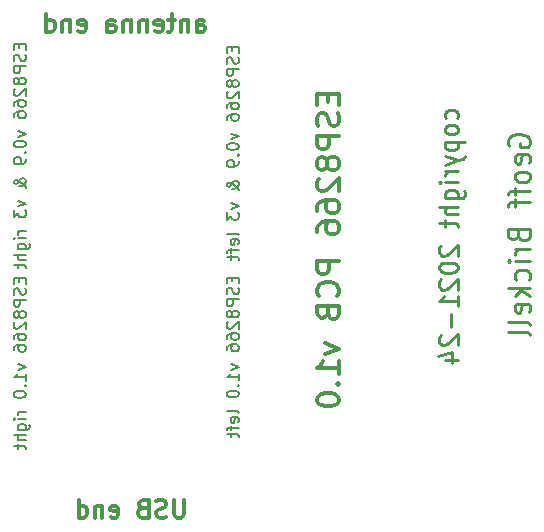
<source format=gbo>
G04 #@! TF.GenerationSoftware,KiCad,Pcbnew,(5.1.2)-1*
G04 #@! TF.CreationDate,2024-09-29T13:42:58+01:00*
G04 #@! TF.ProjectId,ESP8266_PCB01,45535038-3236-4365-9f50-434230312e6b,rev?*
G04 #@! TF.SameCoordinates,Original*
G04 #@! TF.FileFunction,Legend,Bot*
G04 #@! TF.FilePolarity,Positive*
%FSLAX46Y46*%
G04 Gerber Fmt 4.6, Leading zero omitted, Abs format (unit mm)*
G04 Created by KiCad (PCBNEW (5.1.2)-1) date 2024-09-29 13:42:58*
%MOMM*%
%LPD*%
G04 APERTURE LIST*
%ADD10C,0.300000*%
%ADD11C,0.250000*%
%ADD12C,0.150000*%
%ADD13R,1.802000X1.802000*%
%ADD14O,1.802000X1.802000*%
%ADD15C,1.502000*%
%ADD16O,1.502000X1.502000*%
%ADD17R,1.702000X1.702000*%
%ADD18C,1.702000*%
%ADD19O,1.802000X2.102000*%
%ADD20C,1.802000*%
%ADD21O,1.702000X1.702000*%
%ADD22R,1.902000X1.902000*%
%ADD23C,1.902000*%
%ADD24O,3.150000X1.829200*%
%ADD25R,0.942000X0.942000*%
%ADD26C,0.942000*%
%ADD27O,0.952000X1.952000*%
%ADD28C,2.602000*%
G04 APERTURE END LIST*
D10*
X119319714Y-62146571D02*
X119319714Y-61360857D01*
X119391142Y-61218000D01*
X119534000Y-61146571D01*
X119819714Y-61146571D01*
X119962571Y-61218000D01*
X119319714Y-62075142D02*
X119462571Y-62146571D01*
X119819714Y-62146571D01*
X119962571Y-62075142D01*
X120034000Y-61932285D01*
X120034000Y-61789428D01*
X119962571Y-61646571D01*
X119819714Y-61575142D01*
X119462571Y-61575142D01*
X119319714Y-61503714D01*
X118605428Y-61146571D02*
X118605428Y-62146571D01*
X118605428Y-61289428D02*
X118534000Y-61218000D01*
X118391142Y-61146571D01*
X118176857Y-61146571D01*
X118034000Y-61218000D01*
X117962571Y-61360857D01*
X117962571Y-62146571D01*
X117462571Y-61146571D02*
X116891142Y-61146571D01*
X117248285Y-60646571D02*
X117248285Y-61932285D01*
X117176857Y-62075142D01*
X117034000Y-62146571D01*
X116891142Y-62146571D01*
X115819714Y-62075142D02*
X115962571Y-62146571D01*
X116248285Y-62146571D01*
X116391142Y-62075142D01*
X116462571Y-61932285D01*
X116462571Y-61360857D01*
X116391142Y-61218000D01*
X116248285Y-61146571D01*
X115962571Y-61146571D01*
X115819714Y-61218000D01*
X115748285Y-61360857D01*
X115748285Y-61503714D01*
X116462571Y-61646571D01*
X115105428Y-61146571D02*
X115105428Y-62146571D01*
X115105428Y-61289428D02*
X115034000Y-61218000D01*
X114891142Y-61146571D01*
X114676857Y-61146571D01*
X114534000Y-61218000D01*
X114462571Y-61360857D01*
X114462571Y-62146571D01*
X113748285Y-61146571D02*
X113748285Y-62146571D01*
X113748285Y-61289428D02*
X113676857Y-61218000D01*
X113534000Y-61146571D01*
X113319714Y-61146571D01*
X113176857Y-61218000D01*
X113105428Y-61360857D01*
X113105428Y-62146571D01*
X111748285Y-62146571D02*
X111748285Y-61360857D01*
X111819714Y-61218000D01*
X111962571Y-61146571D01*
X112248285Y-61146571D01*
X112391142Y-61218000D01*
X111748285Y-62075142D02*
X111891142Y-62146571D01*
X112248285Y-62146571D01*
X112391142Y-62075142D01*
X112462571Y-61932285D01*
X112462571Y-61789428D01*
X112391142Y-61646571D01*
X112248285Y-61575142D01*
X111891142Y-61575142D01*
X111748285Y-61503714D01*
X109319714Y-62075142D02*
X109462571Y-62146571D01*
X109748285Y-62146571D01*
X109891142Y-62075142D01*
X109962571Y-61932285D01*
X109962571Y-61360857D01*
X109891142Y-61218000D01*
X109748285Y-61146571D01*
X109462571Y-61146571D01*
X109319714Y-61218000D01*
X109248285Y-61360857D01*
X109248285Y-61503714D01*
X109962571Y-61646571D01*
X108605428Y-61146571D02*
X108605428Y-62146571D01*
X108605428Y-61289428D02*
X108534000Y-61218000D01*
X108391142Y-61146571D01*
X108176857Y-61146571D01*
X108034000Y-61218000D01*
X107962571Y-61360857D01*
X107962571Y-62146571D01*
X106605428Y-62146571D02*
X106605428Y-60646571D01*
X106605428Y-62075142D02*
X106748285Y-62146571D01*
X107034000Y-62146571D01*
X107176857Y-62075142D01*
X107248285Y-62003714D01*
X107319714Y-61860857D01*
X107319714Y-61432285D01*
X107248285Y-61289428D01*
X107176857Y-61218000D01*
X107034000Y-61146571D01*
X106748285Y-61146571D01*
X106605428Y-61218000D01*
X118256285Y-101794571D02*
X118256285Y-103008857D01*
X118184857Y-103151714D01*
X118113428Y-103223142D01*
X117970571Y-103294571D01*
X117684857Y-103294571D01*
X117542000Y-103223142D01*
X117470571Y-103151714D01*
X117399142Y-103008857D01*
X117399142Y-101794571D01*
X116756285Y-103223142D02*
X116542000Y-103294571D01*
X116184857Y-103294571D01*
X116042000Y-103223142D01*
X115970571Y-103151714D01*
X115899142Y-103008857D01*
X115899142Y-102866000D01*
X115970571Y-102723142D01*
X116042000Y-102651714D01*
X116184857Y-102580285D01*
X116470571Y-102508857D01*
X116613428Y-102437428D01*
X116684857Y-102366000D01*
X116756285Y-102223142D01*
X116756285Y-102080285D01*
X116684857Y-101937428D01*
X116613428Y-101866000D01*
X116470571Y-101794571D01*
X116113428Y-101794571D01*
X115899142Y-101866000D01*
X114756285Y-102508857D02*
X114542000Y-102580285D01*
X114470571Y-102651714D01*
X114399142Y-102794571D01*
X114399142Y-103008857D01*
X114470571Y-103151714D01*
X114542000Y-103223142D01*
X114684857Y-103294571D01*
X115256285Y-103294571D01*
X115256285Y-101794571D01*
X114756285Y-101794571D01*
X114613428Y-101866000D01*
X114542000Y-101937428D01*
X114470571Y-102080285D01*
X114470571Y-102223142D01*
X114542000Y-102366000D01*
X114613428Y-102437428D01*
X114756285Y-102508857D01*
X115256285Y-102508857D01*
X112042000Y-103223142D02*
X112184857Y-103294571D01*
X112470571Y-103294571D01*
X112613428Y-103223142D01*
X112684857Y-103080285D01*
X112684857Y-102508857D01*
X112613428Y-102366000D01*
X112470571Y-102294571D01*
X112184857Y-102294571D01*
X112042000Y-102366000D01*
X111970571Y-102508857D01*
X111970571Y-102651714D01*
X112684857Y-102794571D01*
X111327714Y-102294571D02*
X111327714Y-103294571D01*
X111327714Y-102437428D02*
X111256285Y-102366000D01*
X111113428Y-102294571D01*
X110899142Y-102294571D01*
X110756285Y-102366000D01*
X110684857Y-102508857D01*
X110684857Y-103294571D01*
X109327714Y-103294571D02*
X109327714Y-101794571D01*
X109327714Y-103223142D02*
X109470571Y-103294571D01*
X109756285Y-103294571D01*
X109899142Y-103223142D01*
X109970571Y-103151714D01*
X110042000Y-103008857D01*
X110042000Y-102580285D01*
X109970571Y-102437428D01*
X109899142Y-102366000D01*
X109756285Y-102294571D01*
X109470571Y-102294571D01*
X109327714Y-102366000D01*
X130420285Y-67449380D02*
X130420285Y-68082714D01*
X131415523Y-68354142D02*
X131415523Y-67449380D01*
X129515523Y-67449380D01*
X129515523Y-68354142D01*
X131325047Y-69077952D02*
X131415523Y-69349380D01*
X131415523Y-69801761D01*
X131325047Y-69982714D01*
X131234571Y-70073190D01*
X131053619Y-70163666D01*
X130872666Y-70163666D01*
X130691714Y-70073190D01*
X130601238Y-69982714D01*
X130510761Y-69801761D01*
X130420285Y-69439857D01*
X130329809Y-69258904D01*
X130239333Y-69168428D01*
X130058380Y-69077952D01*
X129877428Y-69077952D01*
X129696476Y-69168428D01*
X129606000Y-69258904D01*
X129515523Y-69439857D01*
X129515523Y-69892238D01*
X129606000Y-70163666D01*
X131415523Y-70977952D02*
X129515523Y-70977952D01*
X129515523Y-71701761D01*
X129606000Y-71882714D01*
X129696476Y-71973190D01*
X129877428Y-72063666D01*
X130148857Y-72063666D01*
X130329809Y-71973190D01*
X130420285Y-71882714D01*
X130510761Y-71701761D01*
X130510761Y-70977952D01*
X130329809Y-73149380D02*
X130239333Y-72968428D01*
X130148857Y-72877952D01*
X129967904Y-72787476D01*
X129877428Y-72787476D01*
X129696476Y-72877952D01*
X129606000Y-72968428D01*
X129515523Y-73149380D01*
X129515523Y-73511285D01*
X129606000Y-73692238D01*
X129696476Y-73782714D01*
X129877428Y-73873190D01*
X129967904Y-73873190D01*
X130148857Y-73782714D01*
X130239333Y-73692238D01*
X130329809Y-73511285D01*
X130329809Y-73149380D01*
X130420285Y-72968428D01*
X130510761Y-72877952D01*
X130691714Y-72787476D01*
X131053619Y-72787476D01*
X131234571Y-72877952D01*
X131325047Y-72968428D01*
X131415523Y-73149380D01*
X131415523Y-73511285D01*
X131325047Y-73692238D01*
X131234571Y-73782714D01*
X131053619Y-73873190D01*
X130691714Y-73873190D01*
X130510761Y-73782714D01*
X130420285Y-73692238D01*
X130329809Y-73511285D01*
X129696476Y-74597000D02*
X129606000Y-74687476D01*
X129515523Y-74868428D01*
X129515523Y-75320809D01*
X129606000Y-75501761D01*
X129696476Y-75592238D01*
X129877428Y-75682714D01*
X130058380Y-75682714D01*
X130329809Y-75592238D01*
X131415523Y-74506523D01*
X131415523Y-75682714D01*
X129515523Y-77311285D02*
X129515523Y-76949380D01*
X129606000Y-76768428D01*
X129696476Y-76677952D01*
X129967904Y-76497000D01*
X130329809Y-76406523D01*
X131053619Y-76406523D01*
X131234571Y-76497000D01*
X131325047Y-76587476D01*
X131415523Y-76768428D01*
X131415523Y-77130333D01*
X131325047Y-77311285D01*
X131234571Y-77401761D01*
X131053619Y-77492238D01*
X130601238Y-77492238D01*
X130420285Y-77401761D01*
X130329809Y-77311285D01*
X130239333Y-77130333D01*
X130239333Y-76768428D01*
X130329809Y-76587476D01*
X130420285Y-76497000D01*
X130601238Y-76406523D01*
X129515523Y-79120809D02*
X129515523Y-78758904D01*
X129606000Y-78577952D01*
X129696476Y-78487476D01*
X129967904Y-78306523D01*
X130329809Y-78216047D01*
X131053619Y-78216047D01*
X131234571Y-78306523D01*
X131325047Y-78397000D01*
X131415523Y-78577952D01*
X131415523Y-78939857D01*
X131325047Y-79120809D01*
X131234571Y-79211285D01*
X131053619Y-79301761D01*
X130601238Y-79301761D01*
X130420285Y-79211285D01*
X130329809Y-79120809D01*
X130239333Y-78939857D01*
X130239333Y-78577952D01*
X130329809Y-78397000D01*
X130420285Y-78306523D01*
X130601238Y-78216047D01*
X131415523Y-81563666D02*
X129515523Y-81563666D01*
X129515523Y-82287476D01*
X129606000Y-82468428D01*
X129696476Y-82558904D01*
X129877428Y-82649380D01*
X130148857Y-82649380D01*
X130329809Y-82558904D01*
X130420285Y-82468428D01*
X130510761Y-82287476D01*
X130510761Y-81563666D01*
X131234571Y-84549380D02*
X131325047Y-84458904D01*
X131415523Y-84187476D01*
X131415523Y-84006523D01*
X131325047Y-83735095D01*
X131144095Y-83554142D01*
X130963142Y-83463666D01*
X130601238Y-83373190D01*
X130329809Y-83373190D01*
X129967904Y-83463666D01*
X129786952Y-83554142D01*
X129606000Y-83735095D01*
X129515523Y-84006523D01*
X129515523Y-84187476D01*
X129606000Y-84458904D01*
X129696476Y-84549380D01*
X130420285Y-85997000D02*
X130510761Y-86268428D01*
X130601238Y-86358904D01*
X130782190Y-86449380D01*
X131053619Y-86449380D01*
X131234571Y-86358904D01*
X131325047Y-86268428D01*
X131415523Y-86087476D01*
X131415523Y-85363666D01*
X129515523Y-85363666D01*
X129515523Y-85997000D01*
X129606000Y-86177952D01*
X129696476Y-86268428D01*
X129877428Y-86358904D01*
X130058380Y-86358904D01*
X130239333Y-86268428D01*
X130329809Y-86177952D01*
X130420285Y-85997000D01*
X130420285Y-85363666D01*
X130148857Y-88530333D02*
X131415523Y-88982714D01*
X130148857Y-89435095D01*
X131415523Y-91154142D02*
X131415523Y-90068428D01*
X131415523Y-90611285D02*
X129515523Y-90611285D01*
X129786952Y-90430333D01*
X129967904Y-90249380D01*
X130058380Y-90068428D01*
X131234571Y-91968428D02*
X131325047Y-92058904D01*
X131415523Y-91968428D01*
X131325047Y-91877952D01*
X131234571Y-91968428D01*
X131415523Y-91968428D01*
X129515523Y-93235095D02*
X129515523Y-93416047D01*
X129606000Y-93597000D01*
X129696476Y-93687476D01*
X129877428Y-93777952D01*
X130239333Y-93868428D01*
X130691714Y-93868428D01*
X131053619Y-93777952D01*
X131234571Y-93687476D01*
X131325047Y-93597000D01*
X131415523Y-93416047D01*
X131415523Y-93235095D01*
X131325047Y-93054142D01*
X131234571Y-92963666D01*
X131053619Y-92873190D01*
X130691714Y-92782714D01*
X130239333Y-92782714D01*
X129877428Y-92873190D01*
X129696476Y-92963666D01*
X129606000Y-93054142D01*
X129515523Y-93235095D01*
D11*
X141383857Y-69488500D02*
X141462428Y-69345642D01*
X141462428Y-69059928D01*
X141383857Y-68917071D01*
X141305285Y-68845642D01*
X141148142Y-68774214D01*
X140676714Y-68774214D01*
X140519571Y-68845642D01*
X140441000Y-68917071D01*
X140362428Y-69059928D01*
X140362428Y-69345642D01*
X140441000Y-69488500D01*
X141462428Y-70345642D02*
X141383857Y-70202785D01*
X141305285Y-70131357D01*
X141148142Y-70059928D01*
X140676714Y-70059928D01*
X140519571Y-70131357D01*
X140441000Y-70202785D01*
X140362428Y-70345642D01*
X140362428Y-70559928D01*
X140441000Y-70702785D01*
X140519571Y-70774214D01*
X140676714Y-70845642D01*
X141148142Y-70845642D01*
X141305285Y-70774214D01*
X141383857Y-70702785D01*
X141462428Y-70559928D01*
X141462428Y-70345642D01*
X140362428Y-71488500D02*
X142012428Y-71488500D01*
X140441000Y-71488500D02*
X140362428Y-71631357D01*
X140362428Y-71917071D01*
X140441000Y-72059928D01*
X140519571Y-72131357D01*
X140676714Y-72202785D01*
X141148142Y-72202785D01*
X141305285Y-72131357D01*
X141383857Y-72059928D01*
X141462428Y-71917071D01*
X141462428Y-71631357D01*
X141383857Y-71488500D01*
X140362428Y-72702785D02*
X141462428Y-73059928D01*
X140362428Y-73417071D02*
X141462428Y-73059928D01*
X141855285Y-72917071D01*
X141933857Y-72845642D01*
X142012428Y-72702785D01*
X141462428Y-73988500D02*
X140362428Y-73988500D01*
X140676714Y-73988500D02*
X140519571Y-74059928D01*
X140441000Y-74131357D01*
X140362428Y-74274214D01*
X140362428Y-74417071D01*
X141462428Y-74917071D02*
X140362428Y-74917071D01*
X139812428Y-74917071D02*
X139891000Y-74845642D01*
X139969571Y-74917071D01*
X139891000Y-74988500D01*
X139812428Y-74917071D01*
X139969571Y-74917071D01*
X140362428Y-76274214D02*
X141698142Y-76274214D01*
X141855285Y-76202785D01*
X141933857Y-76131357D01*
X142012428Y-75988500D01*
X142012428Y-75774214D01*
X141933857Y-75631357D01*
X141383857Y-76274214D02*
X141462428Y-76131357D01*
X141462428Y-75845642D01*
X141383857Y-75702785D01*
X141305285Y-75631357D01*
X141148142Y-75559928D01*
X140676714Y-75559928D01*
X140519571Y-75631357D01*
X140441000Y-75702785D01*
X140362428Y-75845642D01*
X140362428Y-76131357D01*
X140441000Y-76274214D01*
X141462428Y-76988500D02*
X139812428Y-76988500D01*
X141462428Y-77631357D02*
X140598142Y-77631357D01*
X140441000Y-77559928D01*
X140362428Y-77417071D01*
X140362428Y-77202785D01*
X140441000Y-77059928D01*
X140519571Y-76988500D01*
X140362428Y-78131357D02*
X140362428Y-78702785D01*
X139812428Y-78345642D02*
X141226714Y-78345642D01*
X141383857Y-78417071D01*
X141462428Y-78559928D01*
X141462428Y-78702785D01*
X139969571Y-80274214D02*
X139891000Y-80345642D01*
X139812428Y-80488500D01*
X139812428Y-80845642D01*
X139891000Y-80988500D01*
X139969571Y-81059928D01*
X140126714Y-81131357D01*
X140283857Y-81131357D01*
X140519571Y-81059928D01*
X141462428Y-80202785D01*
X141462428Y-81131357D01*
X139812428Y-82059928D02*
X139812428Y-82202785D01*
X139891000Y-82345642D01*
X139969571Y-82417071D01*
X140126714Y-82488500D01*
X140441000Y-82559928D01*
X140833857Y-82559928D01*
X141148142Y-82488500D01*
X141305285Y-82417071D01*
X141383857Y-82345642D01*
X141462428Y-82202785D01*
X141462428Y-82059928D01*
X141383857Y-81917071D01*
X141305285Y-81845642D01*
X141148142Y-81774214D01*
X140833857Y-81702785D01*
X140441000Y-81702785D01*
X140126714Y-81774214D01*
X139969571Y-81845642D01*
X139891000Y-81917071D01*
X139812428Y-82059928D01*
X139969571Y-83131357D02*
X139891000Y-83202785D01*
X139812428Y-83345642D01*
X139812428Y-83702785D01*
X139891000Y-83845642D01*
X139969571Y-83917071D01*
X140126714Y-83988500D01*
X140283857Y-83988500D01*
X140519571Y-83917071D01*
X141462428Y-83059928D01*
X141462428Y-83988500D01*
X141462428Y-85417071D02*
X141462428Y-84559928D01*
X141462428Y-84988500D02*
X139812428Y-84988500D01*
X140048142Y-84845642D01*
X140205285Y-84702785D01*
X140283857Y-84559928D01*
X140833857Y-86059928D02*
X140833857Y-87202785D01*
X139969571Y-87845642D02*
X139891000Y-87917071D01*
X139812428Y-88059928D01*
X139812428Y-88417071D01*
X139891000Y-88559928D01*
X139969571Y-88631357D01*
X140126714Y-88702785D01*
X140283857Y-88702785D01*
X140519571Y-88631357D01*
X141462428Y-87774214D01*
X141462428Y-88702785D01*
X140362428Y-89988500D02*
X141462428Y-89988500D01*
X139733857Y-89631357D02*
X140912428Y-89274214D01*
X140912428Y-90202785D01*
X145760000Y-71815738D02*
X145671904Y-71653833D01*
X145671904Y-71410976D01*
X145760000Y-71168119D01*
X145936190Y-71006214D01*
X146112380Y-70925261D01*
X146464761Y-70844309D01*
X146729047Y-70844309D01*
X147081428Y-70925261D01*
X147257619Y-71006214D01*
X147433809Y-71168119D01*
X147521904Y-71410976D01*
X147521904Y-71572880D01*
X147433809Y-71815738D01*
X147345714Y-71896690D01*
X146729047Y-71896690D01*
X146729047Y-71572880D01*
X147433809Y-73272880D02*
X147521904Y-73110976D01*
X147521904Y-72787166D01*
X147433809Y-72625261D01*
X147257619Y-72544309D01*
X146552857Y-72544309D01*
X146376666Y-72625261D01*
X146288571Y-72787166D01*
X146288571Y-73110976D01*
X146376666Y-73272880D01*
X146552857Y-73353833D01*
X146729047Y-73353833D01*
X146905238Y-72544309D01*
X147521904Y-74325261D02*
X147433809Y-74163357D01*
X147345714Y-74082404D01*
X147169523Y-74001452D01*
X146640952Y-74001452D01*
X146464761Y-74082404D01*
X146376666Y-74163357D01*
X146288571Y-74325261D01*
X146288571Y-74568119D01*
X146376666Y-74730023D01*
X146464761Y-74810976D01*
X146640952Y-74891928D01*
X147169523Y-74891928D01*
X147345714Y-74810976D01*
X147433809Y-74730023D01*
X147521904Y-74568119D01*
X147521904Y-74325261D01*
X146288571Y-75377642D02*
X146288571Y-76025261D01*
X147521904Y-75620500D02*
X145936190Y-75620500D01*
X145760000Y-75701452D01*
X145671904Y-75863357D01*
X145671904Y-76025261D01*
X146288571Y-76349071D02*
X146288571Y-76996690D01*
X147521904Y-76591928D02*
X145936190Y-76591928D01*
X145760000Y-76672880D01*
X145671904Y-76834785D01*
X145671904Y-76996690D01*
X146552857Y-79425261D02*
X146640952Y-79668119D01*
X146729047Y-79749071D01*
X146905238Y-79830023D01*
X147169523Y-79830023D01*
X147345714Y-79749071D01*
X147433809Y-79668119D01*
X147521904Y-79506214D01*
X147521904Y-78858595D01*
X145671904Y-78858595D01*
X145671904Y-79425261D01*
X145760000Y-79587166D01*
X145848095Y-79668119D01*
X146024285Y-79749071D01*
X146200476Y-79749071D01*
X146376666Y-79668119D01*
X146464761Y-79587166D01*
X146552857Y-79425261D01*
X146552857Y-78858595D01*
X147521904Y-80558595D02*
X146288571Y-80558595D01*
X146640952Y-80558595D02*
X146464761Y-80639547D01*
X146376666Y-80720500D01*
X146288571Y-80882404D01*
X146288571Y-81044309D01*
X147521904Y-81610976D02*
X146288571Y-81610976D01*
X145671904Y-81610976D02*
X145760000Y-81530023D01*
X145848095Y-81610976D01*
X145760000Y-81691928D01*
X145671904Y-81610976D01*
X145848095Y-81610976D01*
X147433809Y-83149071D02*
X147521904Y-82987166D01*
X147521904Y-82663357D01*
X147433809Y-82501452D01*
X147345714Y-82420500D01*
X147169523Y-82339547D01*
X146640952Y-82339547D01*
X146464761Y-82420500D01*
X146376666Y-82501452D01*
X146288571Y-82663357D01*
X146288571Y-82987166D01*
X146376666Y-83149071D01*
X147521904Y-83877642D02*
X145671904Y-83877642D01*
X146817142Y-84039547D02*
X147521904Y-84525261D01*
X146288571Y-84525261D02*
X146993333Y-83877642D01*
X147433809Y-85901452D02*
X147521904Y-85739547D01*
X147521904Y-85415738D01*
X147433809Y-85253833D01*
X147257619Y-85172880D01*
X146552857Y-85172880D01*
X146376666Y-85253833D01*
X146288571Y-85415738D01*
X146288571Y-85739547D01*
X146376666Y-85901452D01*
X146552857Y-85982404D01*
X146729047Y-85982404D01*
X146905238Y-85172880D01*
X147521904Y-86953833D02*
X147433809Y-86791928D01*
X147257619Y-86710976D01*
X145671904Y-86710976D01*
X147521904Y-87844309D02*
X147433809Y-87682404D01*
X147257619Y-87601452D01*
X145671904Y-87601452D01*
D12*
X104322571Y-83003333D02*
X104322571Y-83336666D01*
X104846380Y-83479523D02*
X104846380Y-83003333D01*
X103846380Y-83003333D01*
X103846380Y-83479523D01*
X104798761Y-83860476D02*
X104846380Y-84003333D01*
X104846380Y-84241428D01*
X104798761Y-84336666D01*
X104751142Y-84384285D01*
X104655904Y-84431904D01*
X104560666Y-84431904D01*
X104465428Y-84384285D01*
X104417809Y-84336666D01*
X104370190Y-84241428D01*
X104322571Y-84050952D01*
X104274952Y-83955714D01*
X104227333Y-83908095D01*
X104132095Y-83860476D01*
X104036857Y-83860476D01*
X103941619Y-83908095D01*
X103894000Y-83955714D01*
X103846380Y-84050952D01*
X103846380Y-84289047D01*
X103894000Y-84431904D01*
X104846380Y-84860476D02*
X103846380Y-84860476D01*
X103846380Y-85241428D01*
X103894000Y-85336666D01*
X103941619Y-85384285D01*
X104036857Y-85431904D01*
X104179714Y-85431904D01*
X104274952Y-85384285D01*
X104322571Y-85336666D01*
X104370190Y-85241428D01*
X104370190Y-84860476D01*
X104274952Y-86003333D02*
X104227333Y-85908095D01*
X104179714Y-85860476D01*
X104084476Y-85812857D01*
X104036857Y-85812857D01*
X103941619Y-85860476D01*
X103894000Y-85908095D01*
X103846380Y-86003333D01*
X103846380Y-86193809D01*
X103894000Y-86289047D01*
X103941619Y-86336666D01*
X104036857Y-86384285D01*
X104084476Y-86384285D01*
X104179714Y-86336666D01*
X104227333Y-86289047D01*
X104274952Y-86193809D01*
X104274952Y-86003333D01*
X104322571Y-85908095D01*
X104370190Y-85860476D01*
X104465428Y-85812857D01*
X104655904Y-85812857D01*
X104751142Y-85860476D01*
X104798761Y-85908095D01*
X104846380Y-86003333D01*
X104846380Y-86193809D01*
X104798761Y-86289047D01*
X104751142Y-86336666D01*
X104655904Y-86384285D01*
X104465428Y-86384285D01*
X104370190Y-86336666D01*
X104322571Y-86289047D01*
X104274952Y-86193809D01*
X103941619Y-86765238D02*
X103894000Y-86812857D01*
X103846380Y-86908095D01*
X103846380Y-87146190D01*
X103894000Y-87241428D01*
X103941619Y-87289047D01*
X104036857Y-87336666D01*
X104132095Y-87336666D01*
X104274952Y-87289047D01*
X104846380Y-86717619D01*
X104846380Y-87336666D01*
X103846380Y-88193809D02*
X103846380Y-88003333D01*
X103894000Y-87908095D01*
X103941619Y-87860476D01*
X104084476Y-87765238D01*
X104274952Y-87717619D01*
X104655904Y-87717619D01*
X104751142Y-87765238D01*
X104798761Y-87812857D01*
X104846380Y-87908095D01*
X104846380Y-88098571D01*
X104798761Y-88193809D01*
X104751142Y-88241428D01*
X104655904Y-88289047D01*
X104417809Y-88289047D01*
X104322571Y-88241428D01*
X104274952Y-88193809D01*
X104227333Y-88098571D01*
X104227333Y-87908095D01*
X104274952Y-87812857D01*
X104322571Y-87765238D01*
X104417809Y-87717619D01*
X103846380Y-89146190D02*
X103846380Y-88955714D01*
X103894000Y-88860476D01*
X103941619Y-88812857D01*
X104084476Y-88717619D01*
X104274952Y-88670000D01*
X104655904Y-88670000D01*
X104751142Y-88717619D01*
X104798761Y-88765238D01*
X104846380Y-88860476D01*
X104846380Y-89050952D01*
X104798761Y-89146190D01*
X104751142Y-89193809D01*
X104655904Y-89241428D01*
X104417809Y-89241428D01*
X104322571Y-89193809D01*
X104274952Y-89146190D01*
X104227333Y-89050952D01*
X104227333Y-88860476D01*
X104274952Y-88765238D01*
X104322571Y-88717619D01*
X104417809Y-88670000D01*
X104179714Y-90336666D02*
X104846380Y-90574761D01*
X104179714Y-90812857D01*
X104846380Y-91717619D02*
X104846380Y-91146190D01*
X104846380Y-91431904D02*
X103846380Y-91431904D01*
X103989238Y-91336666D01*
X104084476Y-91241428D01*
X104132095Y-91146190D01*
X104751142Y-92146190D02*
X104798761Y-92193809D01*
X104846380Y-92146190D01*
X104798761Y-92098571D01*
X104751142Y-92146190D01*
X104846380Y-92146190D01*
X103846380Y-92812857D02*
X103846380Y-92908095D01*
X103894000Y-93003333D01*
X103941619Y-93050952D01*
X104036857Y-93098571D01*
X104227333Y-93146190D01*
X104465428Y-93146190D01*
X104655904Y-93098571D01*
X104751142Y-93050952D01*
X104798761Y-93003333D01*
X104846380Y-92908095D01*
X104846380Y-92812857D01*
X104798761Y-92717619D01*
X104751142Y-92670000D01*
X104655904Y-92622380D01*
X104465428Y-92574761D01*
X104227333Y-92574761D01*
X104036857Y-92622380D01*
X103941619Y-92670000D01*
X103894000Y-92717619D01*
X103846380Y-92812857D01*
X104846380Y-94336666D02*
X104179714Y-94336666D01*
X104370190Y-94336666D02*
X104274952Y-94384285D01*
X104227333Y-94431904D01*
X104179714Y-94527142D01*
X104179714Y-94622380D01*
X104846380Y-94955714D02*
X104179714Y-94955714D01*
X103846380Y-94955714D02*
X103894000Y-94908095D01*
X103941619Y-94955714D01*
X103894000Y-95003333D01*
X103846380Y-94955714D01*
X103941619Y-94955714D01*
X104179714Y-95860476D02*
X104989238Y-95860476D01*
X105084476Y-95812857D01*
X105132095Y-95765238D01*
X105179714Y-95670000D01*
X105179714Y-95527142D01*
X105132095Y-95431904D01*
X104798761Y-95860476D02*
X104846380Y-95765238D01*
X104846380Y-95574761D01*
X104798761Y-95479523D01*
X104751142Y-95431904D01*
X104655904Y-95384285D01*
X104370190Y-95384285D01*
X104274952Y-95431904D01*
X104227333Y-95479523D01*
X104179714Y-95574761D01*
X104179714Y-95765238D01*
X104227333Y-95860476D01*
X104846380Y-96336666D02*
X103846380Y-96336666D01*
X104846380Y-96765238D02*
X104322571Y-96765238D01*
X104227333Y-96717619D01*
X104179714Y-96622380D01*
X104179714Y-96479523D01*
X104227333Y-96384285D01*
X104274952Y-96336666D01*
X104179714Y-97098571D02*
X104179714Y-97479523D01*
X103846380Y-97241428D02*
X104703523Y-97241428D01*
X104798761Y-97289047D01*
X104846380Y-97384285D01*
X104846380Y-97479523D01*
X122356571Y-82971523D02*
X122356571Y-83304857D01*
X122880380Y-83447714D02*
X122880380Y-82971523D01*
X121880380Y-82971523D01*
X121880380Y-83447714D01*
X122832761Y-83828666D02*
X122880380Y-83971523D01*
X122880380Y-84209619D01*
X122832761Y-84304857D01*
X122785142Y-84352476D01*
X122689904Y-84400095D01*
X122594666Y-84400095D01*
X122499428Y-84352476D01*
X122451809Y-84304857D01*
X122404190Y-84209619D01*
X122356571Y-84019142D01*
X122308952Y-83923904D01*
X122261333Y-83876285D01*
X122166095Y-83828666D01*
X122070857Y-83828666D01*
X121975619Y-83876285D01*
X121928000Y-83923904D01*
X121880380Y-84019142D01*
X121880380Y-84257238D01*
X121928000Y-84400095D01*
X122880380Y-84828666D02*
X121880380Y-84828666D01*
X121880380Y-85209619D01*
X121928000Y-85304857D01*
X121975619Y-85352476D01*
X122070857Y-85400095D01*
X122213714Y-85400095D01*
X122308952Y-85352476D01*
X122356571Y-85304857D01*
X122404190Y-85209619D01*
X122404190Y-84828666D01*
X122308952Y-85971523D02*
X122261333Y-85876285D01*
X122213714Y-85828666D01*
X122118476Y-85781047D01*
X122070857Y-85781047D01*
X121975619Y-85828666D01*
X121928000Y-85876285D01*
X121880380Y-85971523D01*
X121880380Y-86162000D01*
X121928000Y-86257238D01*
X121975619Y-86304857D01*
X122070857Y-86352476D01*
X122118476Y-86352476D01*
X122213714Y-86304857D01*
X122261333Y-86257238D01*
X122308952Y-86162000D01*
X122308952Y-85971523D01*
X122356571Y-85876285D01*
X122404190Y-85828666D01*
X122499428Y-85781047D01*
X122689904Y-85781047D01*
X122785142Y-85828666D01*
X122832761Y-85876285D01*
X122880380Y-85971523D01*
X122880380Y-86162000D01*
X122832761Y-86257238D01*
X122785142Y-86304857D01*
X122689904Y-86352476D01*
X122499428Y-86352476D01*
X122404190Y-86304857D01*
X122356571Y-86257238D01*
X122308952Y-86162000D01*
X121975619Y-86733428D02*
X121928000Y-86781047D01*
X121880380Y-86876285D01*
X121880380Y-87114380D01*
X121928000Y-87209619D01*
X121975619Y-87257238D01*
X122070857Y-87304857D01*
X122166095Y-87304857D01*
X122308952Y-87257238D01*
X122880380Y-86685809D01*
X122880380Y-87304857D01*
X121880380Y-88162000D02*
X121880380Y-87971523D01*
X121928000Y-87876285D01*
X121975619Y-87828666D01*
X122118476Y-87733428D01*
X122308952Y-87685809D01*
X122689904Y-87685809D01*
X122785142Y-87733428D01*
X122832761Y-87781047D01*
X122880380Y-87876285D01*
X122880380Y-88066761D01*
X122832761Y-88162000D01*
X122785142Y-88209619D01*
X122689904Y-88257238D01*
X122451809Y-88257238D01*
X122356571Y-88209619D01*
X122308952Y-88162000D01*
X122261333Y-88066761D01*
X122261333Y-87876285D01*
X122308952Y-87781047D01*
X122356571Y-87733428D01*
X122451809Y-87685809D01*
X121880380Y-89114380D02*
X121880380Y-88923904D01*
X121928000Y-88828666D01*
X121975619Y-88781047D01*
X122118476Y-88685809D01*
X122308952Y-88638190D01*
X122689904Y-88638190D01*
X122785142Y-88685809D01*
X122832761Y-88733428D01*
X122880380Y-88828666D01*
X122880380Y-89019142D01*
X122832761Y-89114380D01*
X122785142Y-89162000D01*
X122689904Y-89209619D01*
X122451809Y-89209619D01*
X122356571Y-89162000D01*
X122308952Y-89114380D01*
X122261333Y-89019142D01*
X122261333Y-88828666D01*
X122308952Y-88733428D01*
X122356571Y-88685809D01*
X122451809Y-88638190D01*
X122213714Y-90304857D02*
X122880380Y-90542952D01*
X122213714Y-90781047D01*
X122880380Y-91685809D02*
X122880380Y-91114380D01*
X122880380Y-91400095D02*
X121880380Y-91400095D01*
X122023238Y-91304857D01*
X122118476Y-91209619D01*
X122166095Y-91114380D01*
X122785142Y-92114380D02*
X122832761Y-92162000D01*
X122880380Y-92114380D01*
X122832761Y-92066761D01*
X122785142Y-92114380D01*
X122880380Y-92114380D01*
X121880380Y-92781047D02*
X121880380Y-92876285D01*
X121928000Y-92971523D01*
X121975619Y-93019142D01*
X122070857Y-93066761D01*
X122261333Y-93114380D01*
X122499428Y-93114380D01*
X122689904Y-93066761D01*
X122785142Y-93019142D01*
X122832761Y-92971523D01*
X122880380Y-92876285D01*
X122880380Y-92781047D01*
X122832761Y-92685809D01*
X122785142Y-92638190D01*
X122689904Y-92590571D01*
X122499428Y-92542952D01*
X122261333Y-92542952D01*
X122070857Y-92590571D01*
X121975619Y-92638190D01*
X121928000Y-92685809D01*
X121880380Y-92781047D01*
X122880380Y-94447714D02*
X122832761Y-94352476D01*
X122737523Y-94304857D01*
X121880380Y-94304857D01*
X122832761Y-95209619D02*
X122880380Y-95114380D01*
X122880380Y-94923904D01*
X122832761Y-94828666D01*
X122737523Y-94781047D01*
X122356571Y-94781047D01*
X122261333Y-94828666D01*
X122213714Y-94923904D01*
X122213714Y-95114380D01*
X122261333Y-95209619D01*
X122356571Y-95257238D01*
X122451809Y-95257238D01*
X122547047Y-94781047D01*
X122213714Y-95542952D02*
X122213714Y-95923904D01*
X122880380Y-95685809D02*
X122023238Y-95685809D01*
X121928000Y-95733428D01*
X121880380Y-95828666D01*
X121880380Y-95923904D01*
X122213714Y-96114380D02*
X122213714Y-96495333D01*
X121880380Y-96257238D02*
X122737523Y-96257238D01*
X122832761Y-96304857D01*
X122880380Y-96400095D01*
X122880380Y-96495333D01*
X122356571Y-63461428D02*
X122356571Y-63794761D01*
X122880380Y-63937619D02*
X122880380Y-63461428D01*
X121880380Y-63461428D01*
X121880380Y-63937619D01*
X122832761Y-64318571D02*
X122880380Y-64461428D01*
X122880380Y-64699523D01*
X122832761Y-64794761D01*
X122785142Y-64842380D01*
X122689904Y-64890000D01*
X122594666Y-64890000D01*
X122499428Y-64842380D01*
X122451809Y-64794761D01*
X122404190Y-64699523D01*
X122356571Y-64509047D01*
X122308952Y-64413809D01*
X122261333Y-64366190D01*
X122166095Y-64318571D01*
X122070857Y-64318571D01*
X121975619Y-64366190D01*
X121928000Y-64413809D01*
X121880380Y-64509047D01*
X121880380Y-64747142D01*
X121928000Y-64890000D01*
X122880380Y-65318571D02*
X121880380Y-65318571D01*
X121880380Y-65699523D01*
X121928000Y-65794761D01*
X121975619Y-65842380D01*
X122070857Y-65890000D01*
X122213714Y-65890000D01*
X122308952Y-65842380D01*
X122356571Y-65794761D01*
X122404190Y-65699523D01*
X122404190Y-65318571D01*
X122308952Y-66461428D02*
X122261333Y-66366190D01*
X122213714Y-66318571D01*
X122118476Y-66270952D01*
X122070857Y-66270952D01*
X121975619Y-66318571D01*
X121928000Y-66366190D01*
X121880380Y-66461428D01*
X121880380Y-66651904D01*
X121928000Y-66747142D01*
X121975619Y-66794761D01*
X122070857Y-66842380D01*
X122118476Y-66842380D01*
X122213714Y-66794761D01*
X122261333Y-66747142D01*
X122308952Y-66651904D01*
X122308952Y-66461428D01*
X122356571Y-66366190D01*
X122404190Y-66318571D01*
X122499428Y-66270952D01*
X122689904Y-66270952D01*
X122785142Y-66318571D01*
X122832761Y-66366190D01*
X122880380Y-66461428D01*
X122880380Y-66651904D01*
X122832761Y-66747142D01*
X122785142Y-66794761D01*
X122689904Y-66842380D01*
X122499428Y-66842380D01*
X122404190Y-66794761D01*
X122356571Y-66747142D01*
X122308952Y-66651904D01*
X121975619Y-67223333D02*
X121928000Y-67270952D01*
X121880380Y-67366190D01*
X121880380Y-67604285D01*
X121928000Y-67699523D01*
X121975619Y-67747142D01*
X122070857Y-67794761D01*
X122166095Y-67794761D01*
X122308952Y-67747142D01*
X122880380Y-67175714D01*
X122880380Y-67794761D01*
X121880380Y-68651904D02*
X121880380Y-68461428D01*
X121928000Y-68366190D01*
X121975619Y-68318571D01*
X122118476Y-68223333D01*
X122308952Y-68175714D01*
X122689904Y-68175714D01*
X122785142Y-68223333D01*
X122832761Y-68270952D01*
X122880380Y-68366190D01*
X122880380Y-68556666D01*
X122832761Y-68651904D01*
X122785142Y-68699523D01*
X122689904Y-68747142D01*
X122451809Y-68747142D01*
X122356571Y-68699523D01*
X122308952Y-68651904D01*
X122261333Y-68556666D01*
X122261333Y-68366190D01*
X122308952Y-68270952D01*
X122356571Y-68223333D01*
X122451809Y-68175714D01*
X121880380Y-69604285D02*
X121880380Y-69413809D01*
X121928000Y-69318571D01*
X121975619Y-69270952D01*
X122118476Y-69175714D01*
X122308952Y-69128095D01*
X122689904Y-69128095D01*
X122785142Y-69175714D01*
X122832761Y-69223333D01*
X122880380Y-69318571D01*
X122880380Y-69509047D01*
X122832761Y-69604285D01*
X122785142Y-69651904D01*
X122689904Y-69699523D01*
X122451809Y-69699523D01*
X122356571Y-69651904D01*
X122308952Y-69604285D01*
X122261333Y-69509047D01*
X122261333Y-69318571D01*
X122308952Y-69223333D01*
X122356571Y-69175714D01*
X122451809Y-69128095D01*
X122213714Y-70794761D02*
X122880380Y-71032857D01*
X122213714Y-71270952D01*
X121880380Y-71842380D02*
X121880380Y-71937619D01*
X121928000Y-72032857D01*
X121975619Y-72080476D01*
X122070857Y-72128095D01*
X122261333Y-72175714D01*
X122499428Y-72175714D01*
X122689904Y-72128095D01*
X122785142Y-72080476D01*
X122832761Y-72032857D01*
X122880380Y-71937619D01*
X122880380Y-71842380D01*
X122832761Y-71747142D01*
X122785142Y-71699523D01*
X122689904Y-71651904D01*
X122499428Y-71604285D01*
X122261333Y-71604285D01*
X122070857Y-71651904D01*
X121975619Y-71699523D01*
X121928000Y-71747142D01*
X121880380Y-71842380D01*
X122785142Y-72604285D02*
X122832761Y-72651904D01*
X122880380Y-72604285D01*
X122832761Y-72556666D01*
X122785142Y-72604285D01*
X122880380Y-72604285D01*
X122880380Y-73128095D02*
X122880380Y-73318571D01*
X122832761Y-73413809D01*
X122785142Y-73461428D01*
X122642285Y-73556666D01*
X122451809Y-73604285D01*
X122070857Y-73604285D01*
X121975619Y-73556666D01*
X121928000Y-73509047D01*
X121880380Y-73413809D01*
X121880380Y-73223333D01*
X121928000Y-73128095D01*
X121975619Y-73080476D01*
X122070857Y-73032857D01*
X122308952Y-73032857D01*
X122404190Y-73080476D01*
X122451809Y-73128095D01*
X122499428Y-73223333D01*
X122499428Y-73413809D01*
X122451809Y-73509047D01*
X122404190Y-73556666D01*
X122308952Y-73604285D01*
X122880380Y-75604285D02*
X122880380Y-75556666D01*
X122832761Y-75461428D01*
X122689904Y-75318571D01*
X122404190Y-75080476D01*
X122261333Y-74985238D01*
X122118476Y-74937619D01*
X122023238Y-74937619D01*
X121928000Y-74985238D01*
X121880380Y-75080476D01*
X121880380Y-75128095D01*
X121928000Y-75223333D01*
X122023238Y-75270952D01*
X122070857Y-75270952D01*
X122166095Y-75223333D01*
X122213714Y-75175714D01*
X122404190Y-74889999D01*
X122451809Y-74842380D01*
X122547047Y-74794761D01*
X122689904Y-74794761D01*
X122785142Y-74842380D01*
X122832761Y-74889999D01*
X122880380Y-74985238D01*
X122880380Y-75128095D01*
X122832761Y-75223333D01*
X122785142Y-75270952D01*
X122594666Y-75413809D01*
X122451809Y-75461428D01*
X122356571Y-75461428D01*
X122213714Y-76699523D02*
X122880380Y-76937619D01*
X122213714Y-77175714D01*
X121880380Y-77461428D02*
X121880380Y-78080476D01*
X122261333Y-77747142D01*
X122261333Y-77889999D01*
X122308952Y-77985238D01*
X122356571Y-78032857D01*
X122451809Y-78080476D01*
X122689904Y-78080476D01*
X122785142Y-78032857D01*
X122832761Y-77985238D01*
X122880380Y-77889999D01*
X122880380Y-77604285D01*
X122832761Y-77509047D01*
X122785142Y-77461428D01*
X122880380Y-79413809D02*
X122832761Y-79318571D01*
X122737523Y-79270952D01*
X121880380Y-79270952D01*
X122832761Y-80175714D02*
X122880380Y-80080476D01*
X122880380Y-79889999D01*
X122832761Y-79794761D01*
X122737523Y-79747142D01*
X122356571Y-79747142D01*
X122261333Y-79794761D01*
X122213714Y-79889999D01*
X122213714Y-80080476D01*
X122261333Y-80175714D01*
X122356571Y-80223333D01*
X122451809Y-80223333D01*
X122547047Y-79747142D01*
X122213714Y-80509047D02*
X122213714Y-80889999D01*
X122880380Y-80651904D02*
X122023238Y-80651904D01*
X121928000Y-80699523D01*
X121880380Y-80794761D01*
X121880380Y-80889999D01*
X122213714Y-81080476D02*
X122213714Y-81461428D01*
X121880380Y-81223333D02*
X122737523Y-81223333D01*
X122832761Y-81270952D01*
X122880380Y-81366190D01*
X122880380Y-81461428D01*
X104322571Y-63239238D02*
X104322571Y-63572571D01*
X104846380Y-63715428D02*
X104846380Y-63239238D01*
X103846380Y-63239238D01*
X103846380Y-63715428D01*
X104798761Y-64096380D02*
X104846380Y-64239238D01*
X104846380Y-64477333D01*
X104798761Y-64572571D01*
X104751142Y-64620190D01*
X104655904Y-64667809D01*
X104560666Y-64667809D01*
X104465428Y-64620190D01*
X104417809Y-64572571D01*
X104370190Y-64477333D01*
X104322571Y-64286857D01*
X104274952Y-64191619D01*
X104227333Y-64144000D01*
X104132095Y-64096380D01*
X104036857Y-64096380D01*
X103941619Y-64144000D01*
X103894000Y-64191619D01*
X103846380Y-64286857D01*
X103846380Y-64524952D01*
X103894000Y-64667809D01*
X104846380Y-65096380D02*
X103846380Y-65096380D01*
X103846380Y-65477333D01*
X103894000Y-65572571D01*
X103941619Y-65620190D01*
X104036857Y-65667809D01*
X104179714Y-65667809D01*
X104274952Y-65620190D01*
X104322571Y-65572571D01*
X104370190Y-65477333D01*
X104370190Y-65096380D01*
X104274952Y-66239238D02*
X104227333Y-66144000D01*
X104179714Y-66096380D01*
X104084476Y-66048761D01*
X104036857Y-66048761D01*
X103941619Y-66096380D01*
X103894000Y-66144000D01*
X103846380Y-66239238D01*
X103846380Y-66429714D01*
X103894000Y-66524952D01*
X103941619Y-66572571D01*
X104036857Y-66620190D01*
X104084476Y-66620190D01*
X104179714Y-66572571D01*
X104227333Y-66524952D01*
X104274952Y-66429714D01*
X104274952Y-66239238D01*
X104322571Y-66144000D01*
X104370190Y-66096380D01*
X104465428Y-66048761D01*
X104655904Y-66048761D01*
X104751142Y-66096380D01*
X104798761Y-66144000D01*
X104846380Y-66239238D01*
X104846380Y-66429714D01*
X104798761Y-66524952D01*
X104751142Y-66572571D01*
X104655904Y-66620190D01*
X104465428Y-66620190D01*
X104370190Y-66572571D01*
X104322571Y-66524952D01*
X104274952Y-66429714D01*
X103941619Y-67001142D02*
X103894000Y-67048761D01*
X103846380Y-67144000D01*
X103846380Y-67382095D01*
X103894000Y-67477333D01*
X103941619Y-67524952D01*
X104036857Y-67572571D01*
X104132095Y-67572571D01*
X104274952Y-67524952D01*
X104846380Y-66953523D01*
X104846380Y-67572571D01*
X103846380Y-68429714D02*
X103846380Y-68239238D01*
X103894000Y-68144000D01*
X103941619Y-68096380D01*
X104084476Y-68001142D01*
X104274952Y-67953523D01*
X104655904Y-67953523D01*
X104751142Y-68001142D01*
X104798761Y-68048761D01*
X104846380Y-68144000D01*
X104846380Y-68334476D01*
X104798761Y-68429714D01*
X104751142Y-68477333D01*
X104655904Y-68524952D01*
X104417809Y-68524952D01*
X104322571Y-68477333D01*
X104274952Y-68429714D01*
X104227333Y-68334476D01*
X104227333Y-68144000D01*
X104274952Y-68048761D01*
X104322571Y-68001142D01*
X104417809Y-67953523D01*
X103846380Y-69382095D02*
X103846380Y-69191619D01*
X103894000Y-69096380D01*
X103941619Y-69048761D01*
X104084476Y-68953523D01*
X104274952Y-68905904D01*
X104655904Y-68905904D01*
X104751142Y-68953523D01*
X104798761Y-69001142D01*
X104846380Y-69096380D01*
X104846380Y-69286857D01*
X104798761Y-69382095D01*
X104751142Y-69429714D01*
X104655904Y-69477333D01*
X104417809Y-69477333D01*
X104322571Y-69429714D01*
X104274952Y-69382095D01*
X104227333Y-69286857D01*
X104227333Y-69096380D01*
X104274952Y-69001142D01*
X104322571Y-68953523D01*
X104417809Y-68905904D01*
X104179714Y-70572571D02*
X104846380Y-70810666D01*
X104179714Y-71048761D01*
X103846380Y-71620190D02*
X103846380Y-71715428D01*
X103894000Y-71810666D01*
X103941619Y-71858285D01*
X104036857Y-71905904D01*
X104227333Y-71953523D01*
X104465428Y-71953523D01*
X104655904Y-71905904D01*
X104751142Y-71858285D01*
X104798761Y-71810666D01*
X104846380Y-71715428D01*
X104846380Y-71620190D01*
X104798761Y-71524952D01*
X104751142Y-71477333D01*
X104655904Y-71429714D01*
X104465428Y-71382095D01*
X104227333Y-71382095D01*
X104036857Y-71429714D01*
X103941619Y-71477333D01*
X103894000Y-71524952D01*
X103846380Y-71620190D01*
X104751142Y-72382095D02*
X104798761Y-72429714D01*
X104846380Y-72382095D01*
X104798761Y-72334476D01*
X104751142Y-72382095D01*
X104846380Y-72382095D01*
X104846380Y-72905904D02*
X104846380Y-73096380D01*
X104798761Y-73191619D01*
X104751142Y-73239238D01*
X104608285Y-73334476D01*
X104417809Y-73382095D01*
X104036857Y-73382095D01*
X103941619Y-73334476D01*
X103894000Y-73286857D01*
X103846380Y-73191619D01*
X103846380Y-73001142D01*
X103894000Y-72905904D01*
X103941619Y-72858285D01*
X104036857Y-72810666D01*
X104274952Y-72810666D01*
X104370190Y-72858285D01*
X104417809Y-72905904D01*
X104465428Y-73001142D01*
X104465428Y-73191619D01*
X104417809Y-73286857D01*
X104370190Y-73334476D01*
X104274952Y-73382095D01*
X104846380Y-75382095D02*
X104846380Y-75334476D01*
X104798761Y-75239238D01*
X104655904Y-75096380D01*
X104370190Y-74858285D01*
X104227333Y-74763047D01*
X104084476Y-74715428D01*
X103989238Y-74715428D01*
X103894000Y-74763047D01*
X103846380Y-74858285D01*
X103846380Y-74905904D01*
X103894000Y-75001142D01*
X103989238Y-75048761D01*
X104036857Y-75048761D01*
X104132095Y-75001142D01*
X104179714Y-74953523D01*
X104370190Y-74667809D01*
X104417809Y-74620190D01*
X104513047Y-74572571D01*
X104655904Y-74572571D01*
X104751142Y-74620190D01*
X104798761Y-74667809D01*
X104846380Y-74763047D01*
X104846380Y-74905904D01*
X104798761Y-75001142D01*
X104751142Y-75048761D01*
X104560666Y-75191619D01*
X104417809Y-75239238D01*
X104322571Y-75239238D01*
X104179714Y-76477333D02*
X104846380Y-76715428D01*
X104179714Y-76953523D01*
X103846380Y-77239238D02*
X103846380Y-77858285D01*
X104227333Y-77524952D01*
X104227333Y-77667809D01*
X104274952Y-77763047D01*
X104322571Y-77810666D01*
X104417809Y-77858285D01*
X104655904Y-77858285D01*
X104751142Y-77810666D01*
X104798761Y-77763047D01*
X104846380Y-77667809D01*
X104846380Y-77382095D01*
X104798761Y-77286857D01*
X104751142Y-77239238D01*
X104846380Y-79048761D02*
X104179714Y-79048761D01*
X104370190Y-79048761D02*
X104274952Y-79096380D01*
X104227333Y-79144000D01*
X104179714Y-79239238D01*
X104179714Y-79334476D01*
X104846380Y-79667809D02*
X104179714Y-79667809D01*
X103846380Y-79667809D02*
X103894000Y-79620190D01*
X103941619Y-79667809D01*
X103894000Y-79715428D01*
X103846380Y-79667809D01*
X103941619Y-79667809D01*
X104179714Y-80572571D02*
X104989238Y-80572571D01*
X105084476Y-80524952D01*
X105132095Y-80477333D01*
X105179714Y-80382095D01*
X105179714Y-80239238D01*
X105132095Y-80144000D01*
X104798761Y-80572571D02*
X104846380Y-80477333D01*
X104846380Y-80286857D01*
X104798761Y-80191619D01*
X104751142Y-80144000D01*
X104655904Y-80096380D01*
X104370190Y-80096380D01*
X104274952Y-80144000D01*
X104227333Y-80191619D01*
X104179714Y-80286857D01*
X104179714Y-80477333D01*
X104227333Y-80572571D01*
X104846380Y-81048761D02*
X103846380Y-81048761D01*
X104846380Y-81477333D02*
X104322571Y-81477333D01*
X104227333Y-81429714D01*
X104179714Y-81334476D01*
X104179714Y-81191619D01*
X104227333Y-81096380D01*
X104274952Y-81048761D01*
X104179714Y-81810666D02*
X104179714Y-82191619D01*
X103846380Y-81953523D02*
X104703523Y-81953523D01*
X104798761Y-82001142D01*
X104846380Y-82096380D01*
X104846380Y-82191619D01*
%LPC*%
D13*
X149702000Y-107442000D03*
D14*
X149702000Y-104902000D03*
X149702000Y-102362000D03*
X149702000Y-99822000D03*
X149702000Y-97282000D03*
X149702000Y-94742000D03*
X149702000Y-92202000D03*
X149702000Y-89662000D03*
X149702000Y-87122000D03*
X149702000Y-84582000D03*
X149702000Y-82042000D03*
X149702000Y-79502000D03*
X149702000Y-76962000D03*
X149702000Y-74422000D03*
X149702000Y-71882000D03*
X149702000Y-69342000D03*
X149702000Y-66802000D03*
X149702000Y-64262000D03*
X149702000Y-61722000D03*
X149702000Y-59182000D03*
D13*
X101844000Y-64516000D03*
D14*
X101844000Y-67056000D03*
X101844000Y-69596000D03*
X101844000Y-72136000D03*
X101844000Y-74676000D03*
X101844000Y-77216000D03*
X101844000Y-79756000D03*
X101844000Y-82296000D03*
X101844000Y-84836000D03*
X101844000Y-87376000D03*
X101844000Y-89916000D03*
X101844000Y-92456000D03*
X101844000Y-94996000D03*
X101844000Y-97536000D03*
X101844000Y-100076000D03*
D15*
X138176000Y-63754000D03*
D16*
X133096000Y-63754000D03*
D17*
X123698000Y-54102000D03*
D18*
X130198000Y-54102000D03*
X132922000Y-88900000D03*
X137922000Y-88900000D03*
X133096000Y-67056000D03*
X138096000Y-67056000D03*
D14*
X116586000Y-71882000D03*
X114046000Y-71882000D03*
X111506000Y-71882000D03*
X108966000Y-71882000D03*
D13*
X106426000Y-71882000D03*
X106426000Y-69342000D03*
D14*
X108966000Y-69342000D03*
X111506000Y-69342000D03*
X114046000Y-69342000D03*
X116586000Y-69342000D03*
X116586000Y-74422000D03*
X114046000Y-74422000D03*
X111506000Y-74422000D03*
X108966000Y-74422000D03*
D13*
X106426000Y-74422000D03*
X135382000Y-55118000D03*
D14*
X135382000Y-57658000D03*
X135382000Y-60198000D03*
X138684000Y-60198000D03*
X138684000Y-57658000D03*
D13*
X138684000Y-55118000D03*
X119126000Y-64770000D03*
D14*
X116586000Y-64770000D03*
X114046000Y-64770000D03*
X111506000Y-64770000D03*
X108966000Y-64770000D03*
X106426000Y-64770000D03*
D13*
X145796000Y-107442000D03*
D14*
X145796000Y-104902000D03*
X145796000Y-102362000D03*
X106426000Y-79756000D03*
X108966000Y-79756000D03*
D13*
X111506000Y-79756000D03*
D19*
X120610000Y-106172000D03*
D12*
G36*
X118771975Y-105122276D02*
G01*
X118797699Y-105126092D01*
X118822925Y-105132411D01*
X118847411Y-105141172D01*
X118870920Y-105152291D01*
X118893226Y-105165661D01*
X118914114Y-105181152D01*
X118933383Y-105198617D01*
X118950848Y-105217886D01*
X118966339Y-105238774D01*
X118979709Y-105261080D01*
X118990828Y-105284589D01*
X118999589Y-105309075D01*
X119005908Y-105334301D01*
X119009724Y-105360025D01*
X119011000Y-105386000D01*
X119011000Y-106958000D01*
X119009724Y-106983975D01*
X119005908Y-107009699D01*
X118999589Y-107034925D01*
X118990828Y-107059411D01*
X118979709Y-107082920D01*
X118966339Y-107105226D01*
X118950848Y-107126114D01*
X118933383Y-107145383D01*
X118914114Y-107162848D01*
X118893226Y-107178339D01*
X118870920Y-107191709D01*
X118847411Y-107202828D01*
X118822925Y-107211589D01*
X118797699Y-107217908D01*
X118771975Y-107221724D01*
X118746000Y-107223000D01*
X117474000Y-107223000D01*
X117448025Y-107221724D01*
X117422301Y-107217908D01*
X117397075Y-107211589D01*
X117372589Y-107202828D01*
X117349080Y-107191709D01*
X117326774Y-107178339D01*
X117305886Y-107162848D01*
X117286617Y-107145383D01*
X117269152Y-107126114D01*
X117253661Y-107105226D01*
X117240291Y-107082920D01*
X117229172Y-107059411D01*
X117220411Y-107034925D01*
X117214092Y-107009699D01*
X117210276Y-106983975D01*
X117209000Y-106958000D01*
X117209000Y-105386000D01*
X117210276Y-105360025D01*
X117214092Y-105334301D01*
X117220411Y-105309075D01*
X117229172Y-105284589D01*
X117240291Y-105261080D01*
X117253661Y-105238774D01*
X117269152Y-105217886D01*
X117286617Y-105198617D01*
X117305886Y-105181152D01*
X117326774Y-105165661D01*
X117349080Y-105152291D01*
X117372589Y-105141172D01*
X117397075Y-105132411D01*
X117422301Y-105126092D01*
X117448025Y-105122276D01*
X117474000Y-105121000D01*
X118746000Y-105121000D01*
X118771975Y-105122276D01*
X118771975Y-105122276D01*
G37*
D20*
X118110000Y-106172000D03*
D12*
G36*
X110135975Y-105122276D02*
G01*
X110161699Y-105126092D01*
X110186925Y-105132411D01*
X110211411Y-105141172D01*
X110234920Y-105152291D01*
X110257226Y-105165661D01*
X110278114Y-105181152D01*
X110297383Y-105198617D01*
X110314848Y-105217886D01*
X110330339Y-105238774D01*
X110343709Y-105261080D01*
X110354828Y-105284589D01*
X110363589Y-105309075D01*
X110369908Y-105334301D01*
X110373724Y-105360025D01*
X110375000Y-105386000D01*
X110375000Y-106958000D01*
X110373724Y-106983975D01*
X110369908Y-107009699D01*
X110363589Y-107034925D01*
X110354828Y-107059411D01*
X110343709Y-107082920D01*
X110330339Y-107105226D01*
X110314848Y-107126114D01*
X110297383Y-107145383D01*
X110278114Y-107162848D01*
X110257226Y-107178339D01*
X110234920Y-107191709D01*
X110211411Y-107202828D01*
X110186925Y-107211589D01*
X110161699Y-107217908D01*
X110135975Y-107221724D01*
X110110000Y-107223000D01*
X108838000Y-107223000D01*
X108812025Y-107221724D01*
X108786301Y-107217908D01*
X108761075Y-107211589D01*
X108736589Y-107202828D01*
X108713080Y-107191709D01*
X108690774Y-107178339D01*
X108669886Y-107162848D01*
X108650617Y-107145383D01*
X108633152Y-107126114D01*
X108617661Y-107105226D01*
X108604291Y-107082920D01*
X108593172Y-107059411D01*
X108584411Y-107034925D01*
X108578092Y-107009699D01*
X108574276Y-106983975D01*
X108573000Y-106958000D01*
X108573000Y-105386000D01*
X108574276Y-105360025D01*
X108578092Y-105334301D01*
X108584411Y-105309075D01*
X108593172Y-105284589D01*
X108604291Y-105261080D01*
X108617661Y-105238774D01*
X108633152Y-105217886D01*
X108650617Y-105198617D01*
X108669886Y-105181152D01*
X108690774Y-105165661D01*
X108713080Y-105152291D01*
X108736589Y-105141172D01*
X108761075Y-105132411D01*
X108786301Y-105126092D01*
X108812025Y-105122276D01*
X108838000Y-105121000D01*
X110110000Y-105121000D01*
X110135975Y-105122276D01*
X110135975Y-105122276D01*
G37*
D20*
X109474000Y-106172000D03*
D19*
X111974000Y-106172000D03*
X103338000Y-106172000D03*
D12*
G36*
X101499975Y-105122276D02*
G01*
X101525699Y-105126092D01*
X101550925Y-105132411D01*
X101575411Y-105141172D01*
X101598920Y-105152291D01*
X101621226Y-105165661D01*
X101642114Y-105181152D01*
X101661383Y-105198617D01*
X101678848Y-105217886D01*
X101694339Y-105238774D01*
X101707709Y-105261080D01*
X101718828Y-105284589D01*
X101727589Y-105309075D01*
X101733908Y-105334301D01*
X101737724Y-105360025D01*
X101739000Y-105386000D01*
X101739000Y-106958000D01*
X101737724Y-106983975D01*
X101733908Y-107009699D01*
X101727589Y-107034925D01*
X101718828Y-107059411D01*
X101707709Y-107082920D01*
X101694339Y-107105226D01*
X101678848Y-107126114D01*
X101661383Y-107145383D01*
X101642114Y-107162848D01*
X101621226Y-107178339D01*
X101598920Y-107191709D01*
X101575411Y-107202828D01*
X101550925Y-107211589D01*
X101525699Y-107217908D01*
X101499975Y-107221724D01*
X101474000Y-107223000D01*
X100202000Y-107223000D01*
X100176025Y-107221724D01*
X100150301Y-107217908D01*
X100125075Y-107211589D01*
X100100589Y-107202828D01*
X100077080Y-107191709D01*
X100054774Y-107178339D01*
X100033886Y-107162848D01*
X100014617Y-107145383D01*
X99997152Y-107126114D01*
X99981661Y-107105226D01*
X99968291Y-107082920D01*
X99957172Y-107059411D01*
X99948411Y-107034925D01*
X99942092Y-107009699D01*
X99938276Y-106983975D01*
X99937000Y-106958000D01*
X99937000Y-105386000D01*
X99938276Y-105360025D01*
X99942092Y-105334301D01*
X99948411Y-105309075D01*
X99957172Y-105284589D01*
X99968291Y-105261080D01*
X99981661Y-105238774D01*
X99997152Y-105217886D01*
X100014617Y-105198617D01*
X100033886Y-105181152D01*
X100054774Y-105165661D01*
X100077080Y-105152291D01*
X100100589Y-105141172D01*
X100125075Y-105132411D01*
X100150301Y-105126092D01*
X100176025Y-105122276D01*
X100202000Y-105121000D01*
X101474000Y-105121000D01*
X101499975Y-105122276D01*
X101499975Y-105122276D01*
G37*
D20*
X100838000Y-106172000D03*
D15*
X135910000Y-85344000D03*
D12*
G36*
X133859849Y-84594287D02*
G01*
X133885803Y-84598137D01*
X133911253Y-84604512D01*
X133935957Y-84613351D01*
X133959675Y-84624569D01*
X133982179Y-84638058D01*
X134003253Y-84653687D01*
X134022693Y-84671307D01*
X134040313Y-84690747D01*
X134055942Y-84711821D01*
X134069431Y-84734325D01*
X134080649Y-84758043D01*
X134089488Y-84782747D01*
X134095863Y-84808197D01*
X134099713Y-84834151D01*
X134101000Y-84860356D01*
X134101000Y-85827644D01*
X134099713Y-85853849D01*
X134095863Y-85879803D01*
X134089488Y-85905253D01*
X134080649Y-85929957D01*
X134069431Y-85953675D01*
X134055942Y-85976179D01*
X134040313Y-85997253D01*
X134022693Y-86016693D01*
X134003253Y-86034313D01*
X133982179Y-86049942D01*
X133959675Y-86063431D01*
X133935957Y-86074649D01*
X133911253Y-86083488D01*
X133885803Y-86089863D01*
X133859849Y-86093713D01*
X133833644Y-86095000D01*
X132866356Y-86095000D01*
X132840151Y-86093713D01*
X132814197Y-86089863D01*
X132788747Y-86083488D01*
X132764043Y-86074649D01*
X132740325Y-86063431D01*
X132717821Y-86049942D01*
X132696747Y-86034313D01*
X132677307Y-86016693D01*
X132659687Y-85997253D01*
X132644058Y-85976179D01*
X132630569Y-85953675D01*
X132619351Y-85929957D01*
X132610512Y-85905253D01*
X132604137Y-85879803D01*
X132600287Y-85853849D01*
X132599000Y-85827644D01*
X132599000Y-84860356D01*
X132600287Y-84834151D01*
X132604137Y-84808197D01*
X132610512Y-84782747D01*
X132619351Y-84758043D01*
X132630569Y-84734325D01*
X132644058Y-84711821D01*
X132659687Y-84690747D01*
X132677307Y-84671307D01*
X132696747Y-84653687D01*
X132717821Y-84638058D01*
X132740325Y-84624569D01*
X132764043Y-84613351D01*
X132788747Y-84604512D01*
X132814197Y-84598137D01*
X132840151Y-84594287D01*
X132866356Y-84593000D01*
X133833644Y-84593000D01*
X133859849Y-84594287D01*
X133859849Y-84594287D01*
G37*
D15*
X133350000Y-85344000D03*
D21*
X115316000Y-93472000D03*
D18*
X115316000Y-83312000D03*
X133096000Y-101854000D03*
D21*
X133096000Y-91694000D03*
D18*
X137922000Y-101854000D03*
D21*
X137922000Y-91694000D03*
D18*
X137922000Y-80518000D03*
D21*
X137922000Y-70358000D03*
X133350000Y-70358000D03*
D18*
X133350000Y-80518000D03*
D22*
X116332000Y-98298000D03*
D23*
X113792000Y-98298000D03*
D24*
X118364000Y-52658000D03*
X118364000Y-57658000D03*
X105864000Y-52658000D03*
X105864000Y-57658000D03*
D25*
X136144000Y-107188000D03*
D26*
X136794000Y-108188000D03*
X137444000Y-107188000D03*
X138094000Y-108188000D03*
X138744000Y-107188000D03*
D27*
X133869000Y-107408000D03*
X141019000Y-107408000D03*
D13*
X107188000Y-84836000D03*
D14*
X107188000Y-87376000D03*
X107188000Y-89916000D03*
X107188000Y-92456000D03*
X107188000Y-94996000D03*
X107188000Y-97536000D03*
X107188000Y-100076000D03*
D28*
X143510000Y-96520000D03*
X144780000Y-59436000D03*
D13*
X149702000Y-50292000D03*
D14*
X147162000Y-50292000D03*
X144622000Y-50292000D03*
X142082000Y-50292000D03*
X139542000Y-50292000D03*
X137002000Y-50292000D03*
X134462000Y-50292000D03*
D13*
X143510000Y-54610000D03*
D14*
X146050000Y-54610000D03*
X148590000Y-54610000D03*
D13*
X126746000Y-107442000D03*
D14*
X126746000Y-104902000D03*
X124704000Y-100076000D03*
X124704000Y-97536000D03*
X124704000Y-94996000D03*
X124704000Y-92456000D03*
X124704000Y-89916000D03*
X124704000Y-87376000D03*
X124704000Y-84836000D03*
X124704000Y-82296000D03*
X124704000Y-79756000D03*
X124704000Y-77216000D03*
X124704000Y-74676000D03*
X124704000Y-72136000D03*
X124704000Y-69596000D03*
X124704000Y-67056000D03*
D13*
X124704000Y-64516000D03*
D14*
X127450000Y-100076000D03*
X127450000Y-97536000D03*
X127450000Y-94996000D03*
X127450000Y-92456000D03*
X127450000Y-89916000D03*
X127450000Y-87376000D03*
X127450000Y-84836000D03*
X127450000Y-82296000D03*
X127450000Y-79756000D03*
X127450000Y-77216000D03*
X127450000Y-74676000D03*
X127450000Y-72136000D03*
X127450000Y-69596000D03*
X127450000Y-67056000D03*
D13*
X127450000Y-64516000D03*
X99060000Y-64516000D03*
D14*
X99060000Y-67056000D03*
X99060000Y-69596000D03*
X99060000Y-72136000D03*
X99060000Y-74676000D03*
X99060000Y-77216000D03*
X99060000Y-79756000D03*
X99060000Y-82296000D03*
X99060000Y-84836000D03*
X99060000Y-87376000D03*
X99060000Y-89916000D03*
X99060000Y-92456000D03*
X99060000Y-94996000D03*
X99060000Y-97536000D03*
X99060000Y-100076000D03*
D13*
X143510000Y-64262000D03*
D14*
X143510000Y-66802000D03*
X143510000Y-69342000D03*
X143510000Y-71882000D03*
X143510000Y-74422000D03*
X143510000Y-76962000D03*
X143510000Y-79502000D03*
X143510000Y-82042000D03*
X143510000Y-84582000D03*
X143510000Y-87122000D03*
X143510000Y-89662000D03*
D13*
X120142000Y-69342000D03*
D14*
X120142000Y-71882000D03*
X120142000Y-74422000D03*
X120142000Y-76962000D03*
X120142000Y-79502000D03*
X120142000Y-82042000D03*
D13*
X120142000Y-86106000D03*
D14*
X120142000Y-88646000D03*
X120142000Y-91186000D03*
X120142000Y-93726000D03*
D28*
X100584000Y-55118000D03*
M02*

</source>
